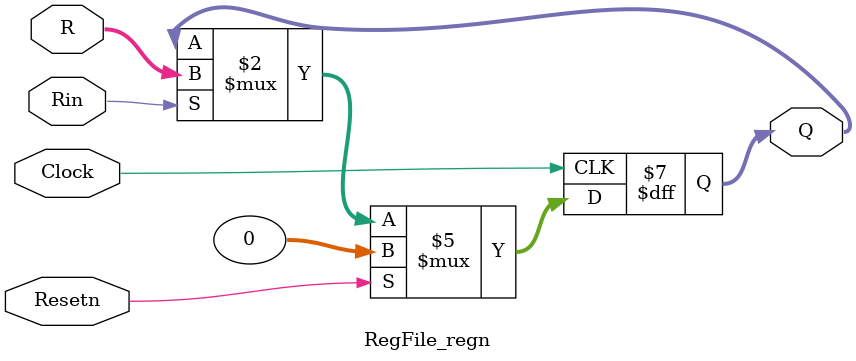
<source format=v>
module RegisterFile(Clock,Reset,ReadReg1,ReadReg2,WriteReg,WriteData,Reg_write_Control,ReadData1,ReadData2,PC_Store);
input Clock , Reset;
input [4:0] ReadReg1 , ReadReg2 , WriteReg;
input Reg_write_Control;
input PC_Store;
input [31:0] WriteData;
output [31:0] ReadData1;
output [31:0] ReadData2;
// define bus (wires)
wire [31:0] Reg_Enable;
wire [31:0] Registers_Read [31:0];

// to get the register enable we want to write on 
RegFile_decoder dex(WriteReg,Reg_write_Control,Reg_Enable);

// we first write then we read from register file 

//write on Register file
RegFile_regn Reg_0(WriteData, 1'b1, Reg_Enable[0], Clock,Registers_Read[0]);
RegFile_regn Reg_1(WriteData, Reset, Reg_Enable[1], Clock,Registers_Read[1]);
RegFile_regn Reg_2(WriteData, Reset, Reg_Enable[2], Clock,Registers_Read[2]);
RegFile_regn Reg_3(WriteData, Reset, Reg_Enable[3], Clock,Registers_Read[3]);
RegFile_regn Reg_4(WriteData, Reset, Reg_Enable[4], Clock,Registers_Read[4]);
RegFile_regn Reg_5(WriteData, Reset, Reg_Enable[5], Clock,Registers_Read[5]);
RegFile_regn Reg_6(WriteData, Reset, Reg_Enable[6], Clock,Registers_Read[6]);
RegFile_regn Reg_7(WriteData, Reset, Reg_Enable[7], Clock,Registers_Read[7]);
RegFile_regn Reg_8(WriteData, Reset, Reg_Enable[8], Clock,Registers_Read[8]);
RegFile_regn Reg_9(WriteData, Reset, Reg_Enable[9], Clock,Registers_Read[9]);

RegFile_regn Reg_10(WriteData, Reset, Reg_Enable[10], Clock,Registers_Read[10]);
RegFile_regn Reg_11(WriteData, Reset, Reg_Enable[11], Clock,Registers_Read[11]);
RegFile_regn Reg_12(WriteData, Reset, Reg_Enable[12], Clock,Registers_Read[12]);
RegFile_regn Reg_13(WriteData, Reset, Reg_Enable[13], Clock,Registers_Read[13]);
RegFile_regn Reg_14(WriteData, Reset, Reg_Enable[14], Clock,Registers_Read[14]);
RegFile_regn Reg_15(WriteData, Reset, Reg_Enable[15], Clock,Registers_Read[15]);
RegFile_regn Reg_16(WriteData, Reset, Reg_Enable[16], Clock,Registers_Read[16]);
RegFile_regn Reg_17(WriteData, Reset, Reg_Enable[17], Clock,Registers_Read[17]);
RegFile_regn Reg_18(WriteData, Reset, Reg_Enable[18], Clock,Registers_Read[18]);
RegFile_regn Reg_19(WriteData, Reset, Reg_Enable[19], Clock,Registers_Read[19]);

RegFile_regn Reg_20(WriteData, Reset, Reg_Enable[20], Clock,Registers_Read[20]);
RegFile_regn Reg_21(WriteData, Reset, Reg_Enable[21], Clock,Registers_Read[21]);
RegFile_regn Reg_22(WriteData, Reset, Reg_Enable[22], Clock,Registers_Read[22]);
RegFile_regn Reg_23(WriteData, Reset, Reg_Enable[23], Clock,Registers_Read[23]);
RegFile_regn Reg_24(WriteData, Reset, Reg_Enable[24], Clock,Registers_Read[24]);
RegFile_regn Reg_25(WriteData, Reset, Reg_Enable[25], Clock,Registers_Read[25]);
RegFile_regn Reg_26(WriteData, Reset, Reg_Enable[26], Clock,Registers_Read[26]);
RegFile_regn Reg_27(WriteData, Reset, Reg_Enable[27], Clock,Registers_Read[27]);
RegFile_regn Reg_28(WriteData, Reset, Reg_Enable[28], Clock,Registers_Read[28]);
RegFile_regn Reg_29(WriteData, Reset, Reg_Enable[29], Clock,Registers_Read[29]);
RegFile_regn Reg_30(WriteData, Reset, Reg_Enable[30], Clock,Registers_Read[30]);
RegFile_regn Reg_31(WriteData, Reset, PC_Store, Clock,Registers_Read[31]);



        	   
// Read from Register file 

// MUX1: Read first operand
//always @(posedge Clock) begin

assign ReadData1= Registers_Read[ReadReg1];

//end
// MUX2: Read second operand

assign ReadData2= Registers_Read[ReadReg2];



endmodule










///////////////*******************Register File Modules *******************************************////////////

//******************************** 1 - decoder 5 --> 32 bit*****************************************/////////// 

module RegFile_decoder(inputs,enable,outputs);
   input [4:0] inputs;
	input enable;
   output [31:0] outputs;

   reg [31:0] decoder_output;

always @ (*) begin
		
       if (enable == 1'b1) begin
        case (inputs)
            5'b00000: decoder_output = 32'b00000000000000000000000000000001;
            5'b00001: decoder_output = 32'b00000000000000000000000000000010;
            5'b00010: decoder_output = 32'b00000000000000000000000000000100;
            5'b00011: decoder_output = 32'b00000000000000000000000000001000;
            5'b00100: decoder_output = 32'b00000000000000000000000000010000;
            5'b00101: decoder_output = 32'b00000000000000000000000000100000;
            5'b00110: decoder_output = 32'b00000000000000000000000001000000;
            5'b00111: decoder_output = 32'b00000000000000000000000010000000;
            5'b01000: decoder_output = 32'b00000000000000000000000100000000;
            5'b01001: decoder_output = 32'b00000000000000000000001000000000;
            5'b01010: decoder_output = 32'b00000000000000000000010000000000;
            5'b01011: decoder_output = 32'b00000000000000000000100000000000;
            5'b01100: decoder_output = 32'b00000000000000000001000000000000;
            5'b01101: decoder_output = 32'b00000000000000000010000000000000;
            5'b01110: decoder_output = 32'b00000000000000000100000000000000;
            5'b01111: decoder_output = 32'b00000000000000001000000000000000;
            5'b10000: decoder_output = 32'b00000000000000010000000000000000;
            5'b10001: decoder_output = 32'b00000000000000100000000000000000;
            5'b10010: decoder_output = 32'b00000000000001000000000000000000;
            5'b10011: decoder_output = 32'b00000000000010000000000000000000;
            5'b10100: decoder_output = 32'b00000000000100000000000000000000;
            5'b10101: decoder_output = 32'b00000000001000000000000000000000;
            5'b10110: decoder_output = 32'b00000000010000000000000000000000;
            5'b10111: decoder_output = 32'b00000000100000000000000000000000;
            5'b11000: decoder_output = 32'b00000001000000000000000000000000;
            5'b11001: decoder_output = 32'b00000010000000000000000000000000;
            5'b11010: decoder_output = 32'b00000100000000000000000000000000;
            5'b11011: decoder_output = 32'b00001000000000000000000000000000;
            5'b11100: decoder_output = 32'b00010000000000000000000000000000;
            5'b11101: decoder_output = 32'b00100000000000000000000000000000;
            5'b11110: decoder_output = 32'b01000000000000000000000000000000;
            5'b11111: decoder_output = 32'b10000000000000000000000000000000;
            default: decoder_output = 32'b00000000000000000000000000000000;
        endcase
    end
    else begin
        decoder_output = 32'b00000000000000000000000000000000;
    end
end

assign outputs = decoder_output;

endmodule



/////***************************************** 3 - register 32-bit *************************************//////

// don't forget to change the parameter when you do not 32 bit  register 
module RegFile_regn(R, Resetn, Rin, Clock, Q);
    parameter n = 32;
    input [n-1:0] R;
    input Resetn, Rin, Clock;
    output [n-1:0] Q;
    reg [n-1:0] Q;

    always @(posedge Clock)
        if (Resetn)
            Q <= 0;
        else if (Rin)
            Q <= R;
endmodule



</source>
